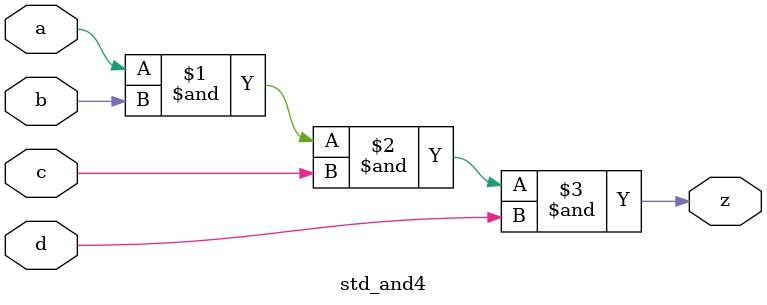
<source format=sv>

module std_and4 #(parameter DW = 1 ) // array width
(
	input [DW-1:0]  a,
	input [DW-1:0]  b,
	input [DW-1:0]  c,
	input [DW-1:0]  d, 
	output [DW-1:0] z
);

assign z = (a&b&c&d);

endmodule

</source>
